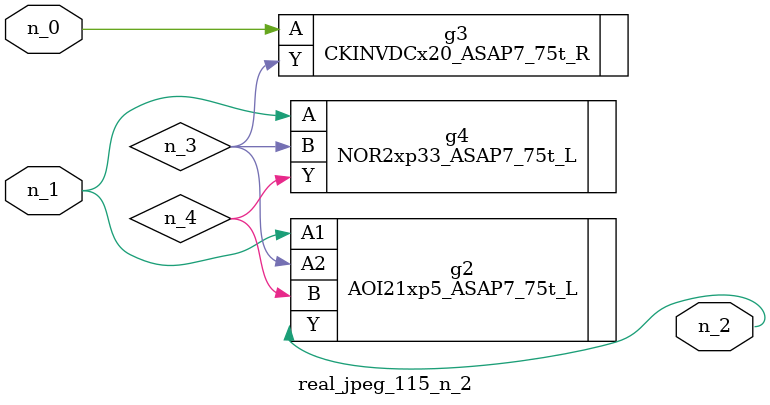
<source format=v>
module real_jpeg_115_n_2 (n_1, n_0, n_2);

input n_1;
input n_0;

output n_2;

wire n_4;
wire n_3;

CKINVDCx20_ASAP7_75t_R g3 ( 
.A(n_0),
.Y(n_3)
);

AOI21xp5_ASAP7_75t_L g2 ( 
.A1(n_1),
.A2(n_3),
.B(n_4),
.Y(n_2)
);

NOR2xp33_ASAP7_75t_L g4 ( 
.A(n_1),
.B(n_3),
.Y(n_4)
);


endmodule
</source>
